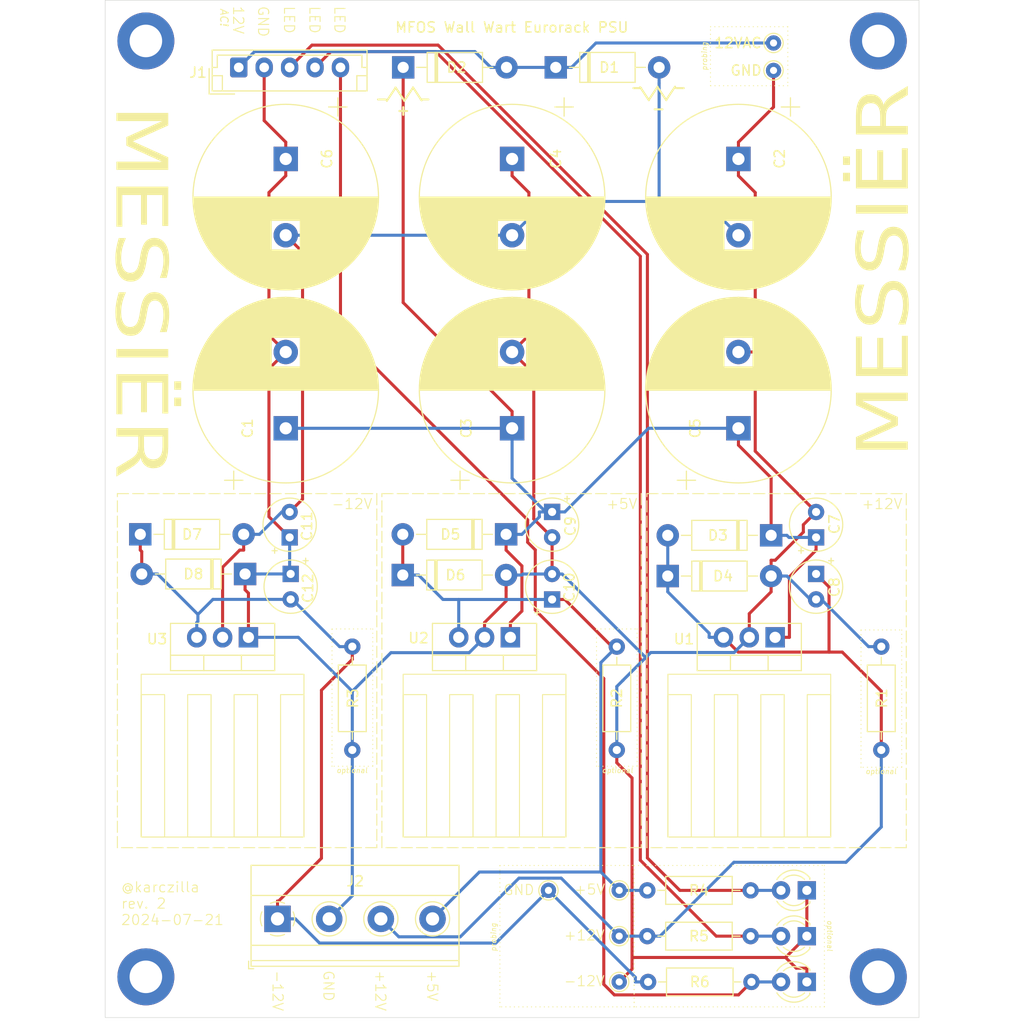
<source format=kicad_pcb>
(kicad_pcb (version 20240108) (generator "pcbnew") (generator_version "8.0")
  (title_block (title "MFOS Wall-Wart PSU (Eurorack)") (date "2024-07-06") (rev "1.0.0") (company "MESSIËR") (comment 4 "Author: Chris Karcz"))
  (layers (0 "F.Cu" signal) (31 "B.Cu" signal) (34 "B.Paste" user) (35 "F.Paste" user) (36 "B.SilkS" user "B.Silkscreen") (37 "F.SilkS" user "F.Silkscreen") (38 "B.Mask" user) (39 "F.Mask" user) (44 "Edge.Cuts" user))
  (net 0 "")
  (net 1 "Net-(D2-K)")
  (net 2 "GND")
  (net 3 "Net-(D1-A)")
  (net 4 "+12V")
  (net 5 "+5V")
  (net 6 "-12V")
  (net 7 "Net-(D1-K)")
  (net 8 "Net-(D9-A)")
  (net 9 "Net-(D10-A)")
  (net 10 "Net-(D11-A)")
  (footprint "Capacitor_THT:CP_Radial_D18.0mm_P7.50mm" (layer "F.Cu") (at 143.9576 64.152 -90)
    (property "Reference" "C4" (at -0.02222 -4.301625 90) (layer "F.SilkS"))
    (property "Value" "3300uF")
    (pad "1" thru_hole rect (at 0 0 270) (size 2.4 2.4) (drill 1.2) (layers "*.Cu" "*.Mask") (net 2 "GND"))
    (pad "2" thru_hole circle (at 7.5 0 270) (size 2.4 2.4) (drill 1.2) (layers "*.Cu" "*.Mask") (net 3 "Net-(D1-A)"))
  )
  (footprint "Resistor_THT:R_Axial_DIN0207_L6.3mm_D2.5mm_P10.16mm_Horizontal" (layer "F.Cu") (at 180.25 122.252 90)
    (property "Reference" "R1" (at 5.08 0.06 90) (layer "F.SilkS"))
    (property "Value" "2K")
    (pad "1" thru_hole circle (at 0 0 90) (size 1.6 1.6) (drill 0.8) (layers "*.Cu" "*.Mask") (net 4 "+12V"))
    (pad "2" thru_hole oval (at 10.16 0 90) (size 1.6 1.6) (drill 0.8) (layers "*.Cu" "*.Mask") (net 2 "GND"))
  )
  (footprint "Diode_THT:D_DO-41_SOD81_P10.16mm_Horizontal" (layer "F.Cu") (at 117.71 104.952 180)
    (property "Reference" "D8" (at 5.08 -0.005875 0) (layer "F.SilkS"))
    (property "Value" "1N4004")
    (pad "1" thru_hole rect (at 0 0 180) (size 2.2 2.2) (drill 1.1) (layers "*.Cu" "*.Mask") (net 2 "GND"))
    (pad "2" thru_hole oval (at 10.16 0 180) (size 2.2 2.2) (drill 1.1) (layers "*.Cu" "*.Mask") (net 6 "-12V"))
  )
  (footprint "Capacitor_THT:CP_Radial_Tantal_D5.0mm_P2.50mm" (layer "F.Cu") (at 147.89 98.8494 -90)
    (property "Reference" "C9" (at 1.405112 -1.8 90) (layer "F.SilkS"))
    (property "Value" "1uF")
    (pad "1" thru_hole rect (at 0 0 270) (size 1.6 1.6) (drill 0.8) (layers "*.Cu" "*.Mask") (net 1 "Net-(D2-K)"))
    (pad "2" thru_hole circle (at 2.5 0 270) (size 1.6 1.6) (drill 0.8) (layers "*.Cu" "*.Mask") (net 2 "GND"))
  )
  (footprint "Diode_THT:D_DO-41_SOD81_P10.16mm_Horizontal" (layer "F.Cu") (at 143.37 101.0545 180)
    (property "Reference" "D5" (at 5.479525 -0.005875 0) (layer "F.SilkS"))
    (property "Value" "1N4004")
    (pad "1" thru_hole rect (at 0 0 180) (size 2.2 2.2) (drill 1.1) (layers "*.Cu" "*.Mask") (net 1 "Net-(D2-K)"))
    (pad "2" thru_hole oval (at 10.16 0 180) (size 2.2 2.2) (drill 1.1) (layers "*.Cu" "*.Mask") (net 5 "+5V"))
  )
  (footprint "LED_THT:LED_D3.0mm" (layer "F.Cu") (at 172.9327 145.052 180)
    (property "Reference" "D9" (hide yes))
    (property "Value" "LED")
    (pad "1" thru_hole rect (at 0 0 180) (size 1.8 1.8) (drill 0.9) (layers "*.Cu" "*.Mask") (net 2 "GND"))
    (pad "2" thru_hole circle (at 2.54 0 180) (size 1.8 1.8) (drill 0.9) (layers "*.Cu" "*.Mask") (net 8 "Net-(D9-A)"))
  )
  (footprint "Capacitor_THT:CP_Radial_D18.0mm_P7.50mm" (layer "F.Cu") (at 143.9576 90.6298 90)
    (property "Reference" "C3" (at 0 -4.5 90) (layer "F.SilkS"))
    (property "Value" "3300uF")
    (pad "1" thru_hole rect (at 0 0 90) (size 2.4 2.4) (drill 1.2) (layers "*.Cu" "*.Mask") (net 1 "Net-(D2-K)"))
    (pad "2" thru_hole circle (at 7.5 0 90) (size 2.4 2.4) (drill 1.2) (layers "*.Cu" "*.Mask") (net 2 "GND"))
  )
  (footprint "Resistor_THT:R_Axial_DIN0207_L6.3mm_D2.5mm_P10.16mm_Horizontal" (layer "F.Cu") (at 167.4877 145.052 180)
    (property "Reference" "R6" (at 5.08 0 0) (layer "F.SilkS"))
    (property "Value" "500")
    (pad "1" thru_hole circle (at 0 0 180) (size 1.6 1.6) (drill 0.8) (layers "*.Cu" "*.Mask") (net 8 "Net-(D9-A)"))
    (pad "2" thru_hole oval (at 10.16 0 180) (size 1.6 1.6) (drill 0.8) (layers "*.Cu" "*.Mask") (net 6 "-12V"))
  )
  (footprint "Package_TO_SOT_THT:TO-220-3_Vertical" (layer "F.Cu") (at 169.8143 111.1778 180)
    (property "Reference" "U1" (at 8.9567 -0.174175 0) (layer "F.SilkS"))
    (property "Value" "L7812CV")
    (pad "1" thru_hole rect (at 0 0 180) (size 1.905 2) (drill 1.1) (layers "*.Cu" "*.Mask") (net 1 "Net-(D2-K)"))
    (pad "2" thru_hole oval (at 2.54 0 180) (size 1.905 2) (drill 1.1) (layers "*.Cu" "*.Mask") (net 2 "GND"))
    (pad "3" thru_hole oval (at 5.08 0 180) (size 1.905 2) (drill 1.1) (layers "*.Cu" "*.Mask") (net 4 "+12V"))
  )
  (footprint "TerminalBlock_Phoenix:TerminalBlock_Phoenix_MKDS-1,5-4-5.08_1x04_P5.08mm_Horizontal" (layer "F.Cu") (at 120.8976 138.852)
    (property "Reference" "J2" (at 7.64 -3.7 0) (layer "F.SilkS"))
    (property "Value" "TERMINAL-4")
    (pad "1" thru_hole rect (at 0 0) (size 2.6 2.6) (drill 1.3) (layers "*.Cu" "*.Mask") (net 6 "-12V"))
    (pad "2" thru_hole circle (at 5.08 0) (size 2.6 2.6) (drill 1.3) (layers "*.Cu" "*.Mask") (net 2 "GND"))
    (pad "3" thru_hole circle (at 10.16 0) (size 2.6 2.6) (drill 1.3) (layers "*.Cu" "*.Mask") (net 4 "+12V"))
    (pad "4" thru_hole circle (at 15.24 0) (size 2.6 2.6) (drill 1.3) (layers "*.Cu" "*.Mask") (net 5 "+5V"))
  )
  (footprint "Capacitor_THT:CP_Radial_D18.0mm_P7.50mm" (layer "F.Cu") (at 166.2076 64.152 -90)
    (property "Reference" "C2" (at -0.02222 -4.051625 90) (layer "F.SilkS"))
    (property "Value" "3300uF")
    (pad "1" thru_hole rect (at 0 0 270) (size 2.4 2.4) (drill 1.2) (layers "*.Cu" "*.Mask") (net 2 "GND"))
    (pad "2" thru_hole circle (at 7.5 0 270) (size 2.4 2.4) (drill 1.2) (layers "*.Cu" "*.Mask") (net 3 "Net-(D1-A)"))
  )
  (footprint "Capacitor_THT:CP_Radial_D18.0mm_P7.50mm" (layer "F.Cu") (at 166.2076 90.6298 90)
    (property "Reference" "C5" (at 0 -4.25 90) (layer "F.SilkS"))
    (property "Value" "3300uF")
    (pad "1" thru_hole rect (at 0 0 90) (size 2.4 2.4) (drill 1.2) (layers "*.Cu" "*.Mask") (net 1 "Net-(D2-K)"))
    (pad "2" thru_hole circle (at 7.5 0 90) (size 2.4 2.4) (drill 1.2) (layers "*.Cu" "*.Mask") (net 2 "GND"))
  )
  (footprint "Diode_THT:D_DO-41_SOD81_P10.16mm_Horizontal" (layer "F.Cu") (at 159.26 105.152)
    (property "Reference" "D4" (at 5.430475 0.005875 0) (layer "F.SilkS"))
    (property "Value" "1N4004")
    (pad "1" thru_hole rect (at 0 0) (size 2.2 2.2) (drill 1.1) (layers "*.Cu" "*.Mask") (net 4 "+12V"))
    (pad "2" thru_hole oval (at 10.16 0) (size 2.2 2.2) (drill 1.1) (layers "*.Cu" "*.Mask") (net 2 "GND"))
  )
  (footprint "LED_THT:LED_D3.0mm" (layer "F.Cu") (at 172.9327 140.552 180)
    (property "Reference" "D10" (hide yes))
    (property "Value" "LED")
    (pad "1" thru_hole rect (at 0 0 180) (size 1.8 1.8) (drill 0.9) (layers "*.Cu" "*.Mask") (net 2 "GND"))
    (pad "2" thru_hole circle (at 2.54 0 180) (size 1.8 1.8) (drill 0.9) (layers "*.Cu" "*.Mask") (net 9 "Net-(D10-A)"))
  )
  (footprint "Capacitor_THT:CP_Radial_Tantal_D5.0mm_P2.50mm" (layer "F.Cu") (at 173.84 101.3571 90)
    (property "Reference" "C7" (at 1.305113 1.8 90) (layer "F.SilkS"))
    (property "Value" "1uF")
    (pad "1" thru_hole rect (at 0 0 90) (size 1.6 1.6) (drill 0.8) (layers "*.Cu" "*.Mask") (net 1 "Net-(D2-K)"))
    (pad "2" thru_hole circle (at 2.5 0 90) (size 1.6 1.6) (drill 0.8) (layers "*.Cu" "*.Mask") (net 2 "GND"))
  )
  (footprint "Heatsink:Heatsink_Tayda_16.50x16.50" (layer "F.Cu") (at 167.2076 122.6078)
    (property "Reference" "HS1" (hide yes))
    (property "Value" "Heatsink" (hide yes))
  )
  (footprint "Resistor_THT:R_Axial_DIN0207_L6.3mm_D2.5mm_P10.16mm_Horizontal" (layer "F.Cu") (at 154.25 112.092 -90)
    (property "Reference" "R2" (at 5.074125 0 90) (layer "F.SilkS"))
    (property "Value" "2K")
    (pad "1" thru_hole circle (at 0 0 270) (size 1.6 1.6) (drill 0.8) (layers "*.Cu" "*.Mask") (net 5 "+5V"))
    (pad "2" thru_hole oval (at 10.16 0 270) (size 1.6 1.6) (drill 0.8) (layers "*.Cu" "*.Mask") (net 2 "GND"))
  )
  (footprint "MountingHole:MountingHole_3.2mm_M3_DIN965_Pad" (layer "F.Cu") (at 179.9576 52.552)
    (property "Reference" "M2" (hide yes))
    (property "Value" "MountingHole_3.2mm_M3_DIN965_Pad")
    (pad "1" thru_hole circle (at 0 0) (size 5.6 5.6) (drill 3.2) (layers "*.Cu" "*.Mask"))
  )
  (footprint "Resistor_THT:R_Axial_DIN0207_L6.3mm_D2.5mm_P10.16mm_Horizontal" (layer "F.Cu") (at 167.4077 136.052 180)
    (property "Reference" "R4" (at 5.08 0 0) (layer "F.SilkS"))
    (property "Value" "150")
    (pad "1" thru_hole circle (at 0 0 180) (size 1.6 1.6) (drill 0.8) (layers "*.Cu" "*.Mask") (net 10 "Net-(D11-A)"))
    (pad "2" thru_hole oval (at 10.16 0 180) (size 1.6 1.6) (drill 0.8) (layers "*.Cu" "*.Mask") (net 5 "+5V"))
  )
  (footprint "Capacitor_THT:CP_Radial_Tantal_D5.0mm_P2.50mm" (layer "F.Cu") (at 122.19 104.9469 -90)
    (property "Reference" "C12" (at 1.4 -1.7 90) (layer "F.SilkS"))
    (property "Value" "1uF")
    (pad "1" thru_hole rect (at 0 0 270) (size 1.6 1.6) (drill 0.8) (layers "*.Cu" "*.Mask") (net 2 "GND"))
    (pad "2" thru_hole circle (at 2.5 0 270) (size 1.6 1.6) (drill 0.8) (layers "*.Cu" "*.Mask") (net 6 "-12V"))
  )
  (footprint "Capacitor_THT:CP_Radial_Tantal_D5.0mm_P2.50mm" (layer "F.Cu") (at 122.09 101.3571 90)
    (property "Reference" "C11" (at 1.1 1.7 90) (layer "F.SilkS"))
    (property "Value" "1uF")
    (pad "1" thru_hole rect (at 0 0 90) (size 1.6 1.6) (drill 0.8) (layers "*.Cu" "*.Mask") (net 2 "GND"))
    (pad "2" thru_hole circle (at 2.5 0 90) (size 1.6 1.6) (drill 0.8) (layers "*.Cu" "*.Mask") (net 3 "Net-(D1-A)"))
  )
  (footprint "Capacitor_THT:CP_Radial_Tantal_D5.0mm_P2.50mm" (layer "F.Cu") (at 173.84 104.9469 -90)
    (property "Reference" "C8" (at 1.305112 -1.8 90) (layer "F.SilkS"))
    (property "Value" "1uF")
    (pad "1" thru_hole rect (at 0 0 270) (size 1.6 1.6) (drill 0.8) (layers "*.Cu" "*.Mask") (net 4 "+12V"))
    (pad "2" thru_hole circle (at 2.5 0 270) (size 1.6 1.6) (drill 0.8) (layers "*.Cu" "*.Mask") (net 2 "GND"))
  )
  (footprint "Heatsink:Heatsink_Tayda_16.50x16.50" (layer "F.Cu") (at 141.1833 122.6078)
    (property "Reference" "HS2" (hide yes))
    (property "Value" "Heatsink" (hide yes))
  )
  (footprint "MountingHole:MountingHole_3.2mm_M3_DIN965_Pad" (layer "F.Cu") (at 107.9576 52.552)
    (property "Reference" "M1" (hide yes))
    (property "Value" "MountingHole_3.2mm_M3_DIN965_Pad")
    (pad "1" thru_hole circle (at 0 0) (size 5.6 5.6) (drill 3.2) (layers "*.Cu" "*.Mask"))
  )
  (footprint "Connector_JST:JST_EH_B5B-EH-A_1x05_P2.50mm_Vertical" (layer "F.Cu") (at 117.0876 55.1579)
    (property "Reference" "J1" (at -4 0.5 0) (layer "F.SilkS"))
    (property "Value" "JST-5")
    (pad "1" thru_hole roundrect (at 0 0) (size 1.7 1.95) (drill 0.95) (layers "*.Cu" "*.Mask") (roundrect_rratio 0.147059) (net 7 "Net-(D1-K)"))
    (pad "2" thru_hole oval (at 2.5 0) (size 1.7 1.95) (drill 0.95) (layers "*.Cu" "*.Mask") (net 2 "GND"))
    (pad "3" thru_hole oval (at 5 0) (size 1.7 1.95) (drill 0.95) (layers "*.Cu" "*.Mask") (net 10 "Net-(D11-A)"))
    (pad "4" thru_hole oval (at 7.5 0) (size 1.7 1.95) (drill 0.95) (layers "*.Cu" "*.Mask") (net 9 "Net-(D10-A)"))
    (pad "5" thru_hole oval (at 10 0) (size 1.7 1.95) (drill 0.95) (layers "*.Cu" "*.Mask") (net 8 "Net-(D9-A)"))
  )
  (footprint "TestPoint:TestPoint_THTPad_D1.5mm_Drill0.7mm" (layer "F.Cu") (at 147.5327 136.052)
    (property "Reference" "TP6" (hide yes))
    (property "Value" "-12V")
    (pad "1" thru_hole circle (at 0 0) (size 1.5 1.5) (drill 0.7) (layers "*.Cu" "*.Mask") (net 6 "-12V"))
  )
  (footprint "LED_THT:LED_D3.0mm" (layer "F.Cu") (at 172.9327 136.052 180)
    (property "Reference" "D11" (hide yes))
    (property "Value" "LED")
    (pad "1" thru_hole rect (at 0 0 180) (size 1.8 1.8) (drill 0.9) (layers "*.Cu" "*.Mask") (net 2 "GND"))
    (pad "2" thru_hole circle (at 2.54 0 180) (size 1.8 1.8) (drill 0.9) (layers "*.Cu" "*.Mask") (net 10 "Net-(D11-A)"))
  )
  (footprint "MountingHole:MountingHole_3.2mm_M3_DIN965_Pad" (layer "F.Cu") (at 107.9576 144.552)
    (property "Reference" "M4" (hide yes))
    (property "Value" "MountingHole_3.2mm_M3_DIN965_Pad")
    (pad "1" thru_hole circle (at 0 0) (size 5.6 5.6) (drill 3.2) (layers "*.Cu" "*.Mask"))
  )
  (footprint "Resistor_THT:R_Axial_DIN0207_L6.3mm_D2.5mm_P10.16mm_Horizontal" (layer "F.Cu") (at 167.4077 140.552 180)
    (property "Reference" "R5" (at 5.08 0 0) (layer "F.SilkS"))
    (property "Value" "500")
    (pad "1" thru_hole circle (at 0 0 180) (size 1.6 1.6) (drill 0.8) (layers "*.Cu" "*.Mask") (net 9 "Net-(D10-A)"))
    (pad "2" thru_hole oval (at 10.16 0 180) (size 1.6 1.6) (drill 0.8) (layers "*.Cu" "*.Mask") (net 4 "+12V"))
  )
  (footprint "TestPoint:TestPoint_THTPad_D1.5mm_Drill0.7mm" (layer "F.Cu") (at 169.6576 52.752)
    (property "Reference" "TP1" (hide yes))
    (property "Value" "12VAC" (at -3.5 -0.000025 0) (layer "F.SilkS"))
    (pad "1" thru_hole circle (at 0 0) (size 1.5 1.5) (drill 0.7) (layers "*.Cu" "*.Mask") (net 7 "Net-(D1-K)"))
  )
  (footprint "Diode_THT:D_DO-41_SOD81_P10.16mm_Horizontal" (layer "F.Cu") (at 107.41 101.052)
    (property "Reference" "D7" (at 5.08 0.005875 0) (layer "F.SilkS"))
    (property "Value" "1N4004")
    (pad "1" thru_hole rect (at 0 0) (size 2.2 2.2) (drill 1.1) (layers "*.Cu" "*.Mask") (net 6 "-12V"))
    (pad "2" thru_hole oval (at 10.16 0) (size 2.2 2.2) (drill 1.1) (layers "*.Cu" "*.Mask") (net 3 "Net-(D1-A)"))
  )
  (footprint "Diode_THT:D_DO-41_SOD81_P10.16mm_Horizontal" (layer "F.Cu") (at 148.25 55.152)
    (property "Reference" "D1" (at 5.25 0.005875 0) (layer "F.SilkS"))
    (property "Value" "1N4004")
    (pad "1" thru_hole rect (at 0 0) (size 2.2 2.2) (drill 1.1) (layers "*.Cu" "*.Mask") (net 7 "Net-(D1-K)"))
    (pad "2" thru_hole oval (at 10.16 0) (size 2.2 2.2) (drill 1.1) (layers "*.Cu" "*.Mask") (net 3 "Net-(D1-A)"))
  )
  (footprint "Capacitor_THT:CP_Radial_D18.0mm_P7.50mm" (layer "F.Cu") (at 121.7076 64.152 -90)
    (property "Reference" "C6" (at -0.02222 -4.051625 90) (layer "F.SilkS"))
    (property "Value" "3300uF")
    (pad "1" thru_hole rect (at 0 0 270) (size 2.4 2.4) (drill 1.2) (layers "*.Cu" "*.Mask") (net 2 "GND"))
    (pad "2" thru_hole circle (at 7.5 0 270) (size 2.4 2.4) (drill 1.2) (layers "*.Cu" "*.Mask") (net 3 "Net-(D1-A)"))
  )
  (footprint "Diode_THT:D_DO-41_SOD81_P10.16mm_Horizontal" (layer "F.Cu") (at 169.42 101.152 180)
    (property "Reference" "D3" (at 5.229525 -0.005875 0) (layer "F.SilkS"))
    (property "Value" "1N4004")
    (pad "1" thru_hole rect (at 0 0 180) (size 2.2 2.2) (drill 1.1) (layers "*.Cu" "*.Mask") (net 1 "Net-(D2-K)"))
    (pad "2" thru_hole oval (at 10.16 0 180) (size 2.2 2.2) (drill 1.1) (layers "*.Cu" "*.Mask") (net 4 "+12V"))
  )
  (footprint "Package_TO_SOT_THT:TO-220-3_Vertical" (layer "F.Cu") (at 118.04 111.1778 180)
    (property "Reference" "U3" (at 8.9824 -0.174175 180) (layer "F.SilkS"))
    (property "Value" "L7912CV")
    (pad "1" thru_hole rect (at 0 0 180) (size 1.905 2) (drill 1.1) (layers "*.Cu" "*.Mask") (net 2 "GND"))
    (pad "2" thru_hole oval (at 2.54 0 180) (size 1.905 2) (drill 1.1) (layers "*.Cu" "*.Mask") (net 3 "Net-(D1-A)"))
    (pad "3" thru_hole oval (at 5.08 0 180) (size 1.905 2) (drill 1.1) (layers "*.Cu" "*.Mask") (net 6 "-12V"))
  )
  (footprint "Diode_THT:D_DO-41_SOD81_P10.16mm_Horizontal" (layer "F.Cu") (at 133.21 105.0545)
    (property "Reference" "D6" (at 5.180475 0.005875 0) (layer "F.SilkS"))
    (property "Value" "1N4004")
    (pad "1" thru_hole rect (at 0 0) (size 2.2 2.2) (drill 1.1) (layers "*.Cu" "*.Mask") (net 5 "+5V"))
    (pad "2" thru_hole oval (at 10.16 0) (size 2.2 2.2) (drill 1.1) (layers "*.Cu" "*.Mask") (net 2 "GND"))
  )
  (footprint "Diode_THT:D_DO-41_SOD81_P10.16mm_Horizontal" (layer "F.Cu") (at 133.25 55.152)
    (property "Reference" "D2" (at 5.25 0.005875 0) (layer "F.SilkS"))
    (property "Value" "1N4004")
    (pad "1" thru_hole rect (at 0 0) (size 2.2 2.2) (drill 1.1) (layers "*.Cu" "*.Mask") (net 1 "Net-(D2-K)"))
    (pad "2" thru_hole oval (at 10.16 0) (size 2.2 2.2) (drill 1.1) (layers "*.Cu" "*.Mask") (net 7 "Net-(D1-K)"))
  )
  (footprint "MountingHole:MountingHole_3.2mm_M3_DIN965_Pad" (layer "F.Cu") (at 179.9576 144.552)
    (property "Reference" "M3" (hide yes))
    (property "Value" "MountingHole_3.2mm_M3_DIN965_Pad")
    (pad "1" thru_hole circle (at 0 0) (size 5.6 5.6) (drill 3.2) (layers "*.Cu" "*.Mask"))
  )
  (footprint "TestPoint:TestPoint_THTPad_D1.5mm_Drill0.7mm" (layer "F.Cu") (at 154.4877 145.052)
    (property "Reference" "TP5" (hide yes))
    (property "Value" "GND")
    (pad "1" thru_hole circle (at 0 0) (size 1.5 1.5) (drill 0.7) (layers "*.Cu" "*.Mask") (net 2 "GND"))
  )
  (footprint "Capacitor_THT:CP_Radial_D18.0mm_P7.50mm" (layer "F.Cu") (at 121.7076 90.6298 90)
    (property "Reference" "C1" (at 0 -3.75 90) (layer "F.SilkS"))
    (property "Value" "3300uF")
    (pad "1" thru_hole rect (at 0 0 90) (size 2.4 2.4) (drill 1.2) (layers "*.Cu" "*.Mask") (net 1 "Net-(D2-K)"))
    (pad "2" thru_hole circle (at 7.5 0 90) (size 2.4 2.4) (drill 1.2) (layers "*.Cu" "*.Mask") (net 2 "GND"))
  )
  (footprint "Package_TO_SOT_THT:TO-220-3_Vertical" (layer "F.Cu") (at 143.79 111.1778 180)
    (property "Reference" "U2" (at 9.0324 -0.074175 0) (layer "F.SilkS"))
    (property "Value" "L7805CV")
    (pad "1" thru_hole rect (at 0 0 180) (size 1.905 2) (drill 1.1) (layers "*.Cu" "*.Mask") (net 1 "Net-(D2-K)"))
    (pad "2" thru_hole oval (at 2.54 0 180) (size 1.905 2) (drill 1.1) (layers "*.Cu" "*.Mask") (net 2 "GND"))
    (pad "3" thru_hole oval (at 5.08 0 180) (size 1.905 2) (drill 1.1) (layers "*.Cu" "*.Mask") (net 5 "+5V"))
  )
  (footprint "TestPoint:TestPoint_THTPad_D1.5mm_Drill0.7mm" (layer "F.Cu") (at 154.4877 136.052)
    (property "Reference" "TP3" (hide yes))
    (property "Value" "+5V")
    (pad "1" thru_hole circle (at 0 0) (size 1.5 1.5) (drill 0.7) (layers "*.Cu" "*.Mask") (net 5 "+5V"))
  )
  (footprint "Heatsink:Heatsink_Tayda_16.50x16.50" (layer "F.Cu") (at 115.4333 122.4078)
    (property "Reference" "HS3" (hide yes))
    (property "Value" "Heatsink" (hide yes))
  )
  (footprint "Capacitor_THT:CP_Radial_Tantal_D5.0mm_P2.50mm" (layer "F.Cu") (at 147.89 107.4545 90)
    (property "Reference" "C10" (at 1.2 1.7 90) (layer "F.SilkS"))
    (property "Value" "1uF")
    (pad "1" thru_hole rect (at 0 0 90) (size 1.6 1.6) (drill 0.8) (layers "*.Cu" "*.Mask") (net 5 "+5V"))
    (pad "2" thru_hole circle (at 2.5 0 90) (size 1.6 1.6) (drill 0.8) (layers "*.Cu" "*.Mask") (net 2 "GND"))
  )
  (footprint "Resistor_THT:R_Axial_DIN0207_L6.3mm_D2.5mm_P10.16mm_Horizontal" (layer "F.Cu") (at 128.25 122.252 90)
    (property "Reference" "R3" (at 5.08 0.06 90) (layer "F.SilkS"))
    (property "Value" "2K")
    (pad "1" thru_hole circle (at 0 0 90) (size 1.6 1.6) (drill 0.8) (layers "*.Cu" "*.Mask") (net 2 "GND"))
    (pad "2" thru_hole oval (at 10.16 0 90) (size 1.6 1.6) (drill 0.8) (layers "*.Cu" "*.Mask") (net 6 "-12V"))
  )
  (footprint "TestPoint:TestPoint_THTPad_D1.5mm_Drill0.7mm" (layer "F.Cu") (at 169.6576 55.452)
    (property "Reference" "TP2" (hide yes))
    (property "Value" "GND" (at -2.7 -0.000025 0) (layer "F.SilkS"))
    (pad "1" thru_hole circle (at 0 0) (size 1.5 1.5) (drill 0.7) (layers "*.Cu" "*.Mask") (net 2 "GND"))
  )
  (footprint "TestPoint:TestPoint_THTPad_D1.5mm_Drill0.7mm" (layer "F.Cu") (at 154.4877 140.552)
    (property "Reference" "TP4" (hide yes))
    (property "Value" "+12V")
    (pad "1" thru_hole circle (at 0 0) (size 1.5 1.5) (drill 0.7) (layers "*.Cu" "*.Mask") (net 4 "+12V"))
  )
  (gr_rect (start 163.4576 51.151975) (end 171.0576 56.951975) (stroke (width 0.1) (type dot)) (fill none) (layer "F.SilkS"))
  (gr_rect (start 142.7576 133.601975) (end 155.9576 147.501975) (stroke (width 0.1) (type dot)) (fill none) (layer "F.SilkS"))
  (gr_rect (start 178.2576 110.451975) (end 182.2576 123.951975) (stroke (width 0.1) (type dot)) (fill none) (layer "F.SilkS"))
  (gr_rect (start 152.2576 110.351975) (end 156.2576 123.851975) (stroke (width 0.1) (type dot)) (fill none) (layer "F.SilkS"))
  (gr_rect (start 105.1576 97.051975) (end 130.6576 131.851975) (stroke (width 0.1) (type dash)) (fill none) (layer "F.SilkS"))
  (gr_rect (start 131.1576 97.051975) (end 156.6576 131.851975) (stroke (width 0.1) (type dash)) (fill none) (layer "F.SilkS"))
  (gr_rect (start 157.2076 97.051975) (end 182.7076 131.851975) (stroke (width 0.1) (type dash)) (fill none) (layer "F.SilkS"))
  (gr_rect (start 155.9576 133.601975) (end 174.6576 147.501975) (stroke (width 0.1) (type dot)) (fill none) (layer "F.SilkS"))
  (gr_rect (start 126.2576 110.351975) (end 130.2576 123.851975) (stroke (width 0.1) (type dot)) (fill none) (layer "F.SilkS"))
  (gr_rect (start 103.9576 48.551975) (end 183.9576 148.551975) (stroke (width 0.05)) (fill none) (layer "Edge.Cuts"))
  (gr_text "12V" (at 116.4576 49.051975 270) (layer "F.SilkS") (effects (font (size 1 1) (thickness 0.1)) (justify left bottom)))
  (gr_text "MESSIËR" (at 183.7076 93.551975 90) (layer "F.SilkS") (effects (font (size 5 6)) (justify left bottom)))
  (gr_text "-12V" (at 148.9876 145.551975 0) (layer "F.SilkS") (effects (font (size 1 1) (thickness 0.1)) (justify left bottom)))
  (gr_text "probing" (at 163.1576 54.051975 90) (layer "F.SilkS") (effects (font (size 0.5 0.5) (thickness 0.08) (italic yes)) (justify bottom)))
  (gr_text "probing" (at 142.43265 140.651975 90) (layer "F.SilkS") (effects (font (size 0.5 0.5) (thickness 0.08) (italic yes)) (justify bottom)))
  (gr_text "+5V" (at 153.1576 98.651975 0) (layer "F.SilkS") (effects (font (size 1 1) (thickness 0.1)) (justify left bottom)))
  (gr_text "+12V" (at 131.0176 143.851975 270) (layer "F.SilkS") (effects (font (size 1 1) (thickness 0.1)) (justify left)))
  (gr_text "GND" (at 118.9076 49.051975 270) (layer "F.SilkS") (effects (font (size 1 1) (thickness 0.1)) (justify left bottom)))
  (gr_text "AC!" (at 115.2076 49.301975 270) (layer "F.SilkS") (effects (font (size 0.75 0.75) (thickness 0.1) (italic yes)) (justify left bottom)))
  (gr_text "_/\\/\\_\n+" (at 133.2576 59.951975 0) (layer "F.SilkS") (effects (font (size 1 1) (thickness 0.2) (bold yes)) (justify bottom)))
  (gr_text "MFOS Wall Wart Eurorack PSU" (at 132.380217 51.801975 0) (layer "F.SilkS") (effects (font (size 1 1)) (justify left bottom)))
  (gr_text "+12V" (at 178.2576 98.651975 0) (layer "F.SilkS") (effects (font (size 1 1) (thickness 0.1)) (justify left bottom)))
  (gr_text "-12V" (at 126.1576 98.651975 0) (layer "F.SilkS") (effects (font (size 1 1) (thickness 0.1)) (justify left bottom)))
  (gr_text "-\n_/\\/\\_" (at 158.3576 57.151975 180) (layer "F.SilkS") (effects (font (size 1 1) (thickness 0.2) (bold yes)) (justify bottom)))
  (gr_text "optional" (at 126.6576 124.551975 0) (layer "F.SilkS") (effects (font (size 0.5 0.5) (thickness 0.08) (italic yes)) (justify left bottom)))
  (gr_text "LED" (at 126.4076 49.051975 270) (layer "F.SilkS") (effects (font (size 1 1) (thickness 0.1)) (justify left bottom)))
  (gr_text "GND" (at 143.03265 136.59145 0) (layer "F.SilkS") (effects (font (size 1 1) (thickness 0.1)) (justify left bottom)))
  (gr_text "optional" (at 152.7576 124.551975 0) (layer "F.SilkS") (effects (font (size 0.5 0.5) (thickness 0.08) (italic yes)) (justify left bottom)))
  (gr_text "-12V" (at 120.9176 143.851975 270) (layer "F.SilkS") (effects (font (size 1 1) (thickness 0.1)) (justify left)))
  (gr_text "GND" (at 125.9176 143.851975 270) (layer "F.SilkS") (effects (font (size 1 1) (thickness 0.1)) (justify left)))
  (gr_text "optional" (at 174.89885 138.951975 270) (layer "F.SilkS") (effects (font (size 0.5 0.5) (thickness 0.08) (italic yes)) (justify left bottom)))
  (gr_text "@karczilla\nrev. 2\n2024-07-21" (at 105.4576 135.151975 0) (layer "F.SilkS") (effects (font (size 1 1) (thickness 0.1)) (justify left top)))
  (gr_text "+12V" (at 148.9876 141.051975 0) (layer "F.SilkS") (effects (font (size 1 1) (thickness 0.1)) (justify left bottom)))
  (gr_text "LED" (at 121.4576 49.051975 270) (layer "F.SilkS") (effects (font (size 1 1) (thickness 0.1)) (justify left bottom)))
  (gr_text "+5V" (at 136.1176 143.851975 270) (layer "F.SilkS") (effects (font (size 1 1) (thickness 0.1)) (justify left)))
  (gr_text "LED" (at 123.9576 49.051975 270) (layer "F.SilkS") (effects (font (size 1 1) (thickness 0.1)) (justify left bottom)))
  (gr_text "+5V" (at 149.9876 136.551975 0) (layer "F.SilkS") (effects (font (size 1 1) (thickness 0.1)) (justify left bottom)))
  (gr_text "optional" (at 178.6576 124.651975 0) (layer "F.SilkS") (effects (font (size 0.5 0.5) (thickness 0.08) (italic yes)) (justify left bottom)))
  (gr_text "MESSIËR" (at 104.2076 58.801975 -90) (layer "F.SilkS") (effects (font (size 5 6)) (justify left bottom)))
  (segment (start 133.25 78.2705) (end 133.25 55.152) (width 0.3) (layer "F.Cu") (net 1))
  (segment (start 166.2076 92.2815) (end 169.42 95.4939) (width 0.3) (layer "F.Cu") (net 1))
  (segment (start 144.9217 108.5944) (end 143.79 109.7261) (width 0.3) (layer "F.Cu") (net 1))
  (segment (start 143.79 111.1778) (end 143.79 109.7261) (width 0.3) (layer "F.Cu") (net 1))
  (segment (start 171.2185 105.2303) (end 173.84 102.6088) (width 0.3) (layer "F.Cu") (net 1))
  (segment (start 143.37 102.6062) (end 144.9217 104.1579) (width 0.3) (layer "F.Cu") (net 1))
  (segment (start 143.37 101.0545) (end 143.37 102.6062) (width 0.3) (layer "F.Cu") (net 1))
  (segment (start 169.42 95.4939) (end 169.42 101.152) (width 0.3) (layer "F.Cu") (net 1))
  (segment (start 144.9217 104.1579) (end 144.9217 108.5944) (width 0.3) (layer "F.Cu") (net 1))
  (segment (start 169.8143 111.1778) (end 171.2185 111.1778) (width 0.3) (layer "F.Cu") (net 1))
  (segment (start 171.2185 111.1778) (end 171.2185 105.2303) (width 0.3) (layer "F.Cu") (net 1))
  (segment (start 173.84 101.3571) (end 173.84 102.6088) (width 0.3) (layer "F.Cu") (net 1))
  (segment (start 166.2076 90.6298) (end 166.2076 92.2815) (width 0.3) (layer "F.Cu") (net 1))
  (segment (start 143.9576 90.6298) (end 143.9576 88.9781) (width 0.3) (layer "F.Cu") (net 1))
  (segment (start 143.9576 88.9781) (end 133.25 78.2705) (width 0.3) (layer "F.Cu") (net 1))
  (segment (start 147.89 98.8494) (end 149.1417 98.8494) (width 0.3) (layer "B.Cu") (net 1))
  (segment (start 143.9576 90.6298) (end 123.3593 90.6298) (width 0.3) (layer "B.Cu") (net 1))
  (segment (start 169.42 101.152) (end 170.9717 101.152) (width 0.3) (layer "B.Cu") (net 1))
  (segment (start 147.2642 98.8494) (end 143.9576 95.5428) (width 0.3) (layer "B.Cu") (net 1))
  (segment (start 143.9576 95.5428) (end 143.9576 90.6298) (width 0.3) (layer "B.Cu") (net 1))
  (segment (start 146.6383 99.3379) (end 144.9217 101.0545) (width 0.3) (layer "B.Cu") (net 1))
  (segment (start 143.37 101.0545) (end 144.9217 101.0545) (width 0.3) (layer "B.Cu") (net 1))
  (segment (start 147.2642 98.8494) (end 146.6383 98.8494) (width 0.3) (layer "B.Cu") (net 1))
  (segment (start 171.1768 101.3571) (end 170.9717 101.152) (width 0.3) (layer "B.Cu") (net 1))
  (segment (start 147.89 98.8494) (end 147.2642 98.8494) (width 0.3) (layer "B.Cu") (net 1))
  (segment (start 157.3613 90.6298) (end 149.1417 98.8494) (width 0.3) (layer "B.Cu") (net 1))
  (segment (start 146.6383 98.8494) (end 146.6383 99.3379) (width 0.3) (layer "B.Cu") (net 1))
  (segment (start 166.2076 90.6298) (end 157.3613 90.6298) (width 0.3) (layer "B.Cu") (net 1))
  (segment (start 121.7076 90.6298) (end 123.3593 90.6298) (width 0.3) (layer "B.Cu") (net 1))
  (segment (start 173.84 101.3571) (end 171.1768 101.3571) (width 0.3) (layer "B.Cu") (net 1))
  (segment (start 119.5876 55.1579) (end 119.5876 60.3803) (width 0.3) (layer "F.Cu") (net 2))
  (segment (start 120.0559 84.7815) (end 121.7076 83.1298) (width 0.3) (layer "F.Cu") (net 2))
  (segment (start 169.42 105.152) (end 169.42 103.6003) (width 0.3) (layer "F.Cu") (net 2))
  (segment (start 146.089 99.5484) (end 146.089 85.2612) (width 0.3) (layer "F.Cu") (net 2))
  (segment (start 155.7484 142.6466) (end 155.7484 143.7913) (width 0.3) (layer "F.Cu") (net 2))
  (segment (start 118.04 106.8337) (end 117.71 106.5037) (width 0.3) (layer "F.Cu") (net 2))
  (segment (start 120.0559 81.4781) (end 120.0559 67.4554) (width 0.3) (layer "F.Cu") (net 2))
  (segment (start 143.37 107.6061) (end 143.37 106.6062) (width 0.3) (layer "F.Cu") (net 2))
  (segment (start 172.5883 100.8338) (end 169.8218 103.6003) (width 0.3) (layer "F.Cu") (net 2))
  (segment (start 147.89 101.3494) (end 146.089 99.5484) (width 0.3) (layer "F.Cu") (net 2))
  (segment (start 141.25 111.1778) (end 141.25 109.7261) (width 0.3) (layer "F.Cu") (net 2))
  (segment (start 170.8381 142.6466) (end 172.9327 140.552) (width 0.3) (layer "F.Cu") (net 2))
  (segment (start 169.6576 55.452) (end 169.6576 59.0503) (width 0.3) (layer "F.Cu") (net 2))
  (segment (start 145.6093 67.4554) (end 143.9576 65.8037) (width 0.3) (layer "F.Cu") (net 2))
  (segment (start 154.25 123.5037) (end 155.7484 125.0021) (width 0.3) (layer "F.Cu") (net 2))
  (segment (start 166.2076 65.8037) (end 167.8593 67.4554) (width 0.3) (layer "F.Cu") (net 2))
  (segment (start 121.7076 64.152) (end 121.7076 65.8037) (width 0.3) (layer "F.Cu") (net 2))
  (segment (start 166.2076 64.152) (end 166.2076 65.8037) (width 0.3) (layer "F.Cu") (net 2))
  (segment (start 167.8593 83.1298) (end 167.8593 92.8764) (width 0.3) (layer "F.Cu") (net 2))
  (segment (start 121.7076 64.152) (end 121.7076 62.5003) (width 0.3) (layer "F.Cu") (net 2))
  (segment (start 169.8218 103.6003) (end 169.42 103.6003) (width 0.3) (layer "F.Cu") (net 2))
  (segment (start 167.2743 111.1778) (end 167.2743 108.8494) (width 0.3) (layer "F.Cu") (net 2))
  (segment (start 167.8593 92.8764) (end 173.84 98.8571) (width 0.3) (layer "F.Cu") (net 2))
  (segment (start 155.7484 125.0021) (end 155.7484 142.6466) (width 0.3) (layer "F.Cu") (net 2))
  (segment (start 143.9576 64.152) (end 143.9576 65.8037) (width 0.3) (layer "F.Cu") (net 2))
  (segment (start 167.2743 108.8494) (end 169.42 106.7037) (width 0.3) (layer "F.Cu") (net 2))
  (segment (start 117.71 104.952) (end 117.71 106.5037) (width 0.3) (layer "F.Cu") (net 2))
  (segment (start 155.7484 143.7913) (end 154.4877 145.052) (width 0.3) (layer "F.Cu") (net 2))
  (segment (start 120.0559 99.323) (end 120.0559 84.7815) (width 0.3) (layer "F.Cu") (net 2))
  (segment (start 122.09 101.3571) (end 120.0559 99.323) (width 0.3) (layer "F.Cu") (net 2))
  (segment (start 169.42 105.152) (end 169.42 106.7037) (width 0.3) (layer "F.Cu") (net 2))
  (segment (start 173.84 98.8571) (end 172.5883 100.1088) (width 0.3) (layer "F.Cu") (net 2))
  (segment (start 120.0559 67.4554) (end 121.7076 65.8037) (width 0.3) (layer "F.Cu") (net 2))
  (segment (start 167.8593 67.4554) (end 167.8593 83.1298) (width 0.3) (layer "F.Cu") (net 2))
  (segment (start 146.089 85.2612) (end 143.9576 83.1298) (width 0.3) (layer "F.Cu") (net 2))
  (segment (start 169.6576 59.0503) (end 166.2076 62.5003) (width 0.3) (layer "F.Cu") (net 2))
  (segment (start 155.7484 142.6466) (end 170.8381 142.6466) (width 0.3) (layer "F.Cu") (net 2))
  (segment (start 141.25 109.7261) (end 143.37 107.6061) (width 0.3) (layer "F.Cu") (net 2))
  (segment (start 172.9327 145.052) (end 172.9327 143.7003) (width 0.3) (layer "F.Cu") (net 2))
  (segment (start 166.2076 64.152) (end 166.2076 62.5003) (width 0.3) (layer "F.Cu") (net 2))
  (segment (start 172.9327 136.052) (end 172.9327 140.552) (width 0.3) (layer "F.Cu") (net 2))
  (segment (start 172.5883 100.1088) (end 172.5883 100.8338) (width 0.3) (layer "F.Cu") (net 2))
  (segment (start 118.04 111.1778) (end 118.04 106.8337) (width 0.3) (layer "F.Cu") (net 2))
  (segment (start 143.9576 83.1298) (end 145.6093 81.4781) (width 0.3) (layer "F.Cu") (net 2))
  (segment (start 170.8381 142.6466) (end 171.8918 143.7003) (width 0.3) (layer "F.Cu") (net 2))
  (segment (start 119.5876 60.3803) (end 121.7076 62.5003) (width 0.3) (layer "F.Cu") (net 2))
  (segment (start 121.7076 83.1298) (end 120.0559 81.4781) (width 0.3) (layer "F.Cu") (net 2))
  (segment (start 145.6093 81.4781) (end 145.6093 67.4554) (width 0.3) (layer "F.Cu") (net 2))
  (segment (start 171.8918 143.7003) (end 172.9327 143.7003) (width 0.3) (layer "F.Cu") (net 2))
  (segment (start 143.37 105.0545) (end 143.37 106.6062) (width 0.3) (layer "F.Cu") (net 2))
  (segment (start 166.2076 83.1298) (end 167.8593 83.1298) (width 0.3) (layer "F.Cu") (net 2))
  (segment (start 147.89 104.9545) (end 147.89 101.3494) (width 0.3) (layer "F.Cu") (net 2))
  (segment (start 154.25 122.252) (end 154.25 123.5037) (width 0.3) (layer "F.Cu") (net 2))
  (segment (start 117.71 104.952) (end 119.2617 104.952) (width 0.3) (layer "B.Cu") (net 2))
  (segment (start 122.09 104.9469) (end 122.09 102.6088) (width 0.3) (layer "B.Cu") (net 2))
  (segment (start 157.5908 112.6671) (end 165.785 112.6671) (width 0.3) (layer "B.Cu") (net 2))
  (segment (start 122.09 104.9469) (end 119.2668 104.9469) (width 0.3) (layer "B.Cu") (net 2))
  (segment (start 180.25 112.092) (end 178.9983 112.092) (width 0.3) (layer "B.Cu") (net 2))
  (segment (start 154.25 122.252) (end 154.25 116.01) (width 0.3) (layer "B.Cu") (net 2))
  (segment (start 174.3532 107.4469) (end 178.9983 112.092) (width 0.3) (layer "B.Cu") (net 2))
  (segment (start 173.2666 107.4469) (end 173.84 107.4469) (width 0.3) (layer "B.Cu") (net 2))
  (segment (start 157.0938 113.1641) (end 148.8841 104.9545) (width 0.3) (layer "B.Cu") (net 2))
  (segment (start 147.89 104.9545) (end 145.0217 104.9545) (width 0.3) (layer "B.Cu") (net 2))
  (segment (start 173.84 107.4469) (end 174.3532 107.4469) (width 0.3) (layer "B.Cu") (net 2))
  (segment (start 128.25 136.5796) (end 125.9776 138.852) (width 0.3) (layer "B.Cu") (net 2))
  (segment (start 145.0217 104.9545) (end 144.9217 105.0545) (width 0.3) (layer "B.Cu") (net 2))
  (segment (start 143.37 105.0545) (end 144.9217 105.0545) (width 0.3) (layer "B.Cu") (net 2))
  (segment (start 154.8517 115.4062) (end 157.0938 113.1641) (width 0.3) (layer "B.Cu") (net 2))
  (segment (start 122.9448 111.1778) (end 128.25 116.483) (width 0.3) (layer "B.Cu") (net 2))
  (segment (start 128.25 122.252) (end 128.25 136.5796) (width 0.3) (layer "B.Cu") (net 2))
  (segment (start 169.42 105.152) (end 170.9717 105.152) (width 0.3) (layer "B.Cu") (net 2))
  (segment (start 154.25 116.01) (end 154.8517 115.4083) (width 0.3) (layer "B.Cu") (net 2))
  (segment (start 148.8841 104.9545) (end 147.89 104.9545) (width 0.3) (layer "B.Cu") (net 2))
  (segment (start 139.7425 112.6853) (end 132.0477 112.6853) (width 0.3) (layer "B.Cu") (net 2))
  (segment (start 165.785 112.6671) (end 167.2743 111.1778) (width 0.3) (layer "B.Cu") (net 2))
  (segment (start 122.09 101.3571) (end 122.09 102.6088) (width 0.3) (layer "B.Cu") (net 2))
  (segment (start 170.9717 105.152) (end 173.2666 107.4469) (width 0.3) (layer "B.Cu") (net 2))
  (segment (start 122.19 104.9469) (end 122.09 104.9469) (width 0.3) (layer "B.Cu") (net 2))
  (segment (start 128.25 116.483) (end 128.25 122.252) (width 0.3) (layer "B.Cu") (net 2))
  (segment (start 119.2668 104.9469) (end 119.2617 104.952) (width 0.3) (layer "B.Cu") (net 2))
  (segment (start 157.0938 113.1641) (end 157.5908 112.6671) (width 0.3) (layer "B.Cu") (net 2))
  (segment (start 132.0477 112.6853) (end 128.25 116.483) (width 0.3) (layer "B.Cu") (net 2))
  (segment (start 141.25 111.1778) (end 139.7425 112.6853) (width 0.3) (layer "B.Cu") (net 2))
  (segment (start 154.8517 115.4083) (end 154.8517 115.4062) (width 0.3) (layer "B.Cu") (net 2))
  (segment (start 118.04 111.1778) (end 122.9448 111.1778) (width 0.3) (layer "B.Cu") (net 2))
  (segment (start 123.3599 97.5872) (end 122.09 98.8571) (width 0.3) (layer "F.Cu") (net 3))
  (segment (start 121.7076 71.652) (end 123.3599 73.3043) (width 0.3) (layer "F.Cu") (net 3))
  (segment (start 117.57 102.6037) (end 117.1821 102.6037) (width 0.3) (layer "F.Cu") (net 3))
  (segment (start 115.5 104.2858) (end 115.5 111.1778) (width 0.3) (layer "F.Cu") (net 3))
  (segment (start 123.3599 73.3043) (end 123.3599 97.5872) (width 0.3) (layer "F.Cu") (net 3))
  (segment (start 117.1821 102.6037) (end 115.5 104.2858) (width 0.3) (layer "F.Cu") (net 3))
  (segment (start 117.57 101.052) (end 117.57 102.6037) (width 0.3) (layer "F.Cu") (net 3))
  (segment (start 117.57 101.052) (end 119.1217 101.052) (width 0.3) (layer "B.Cu") (net 3))
  (segment (start 121.3166 98.8571) (end 119.1217 101.052) (width 0.3) (layer "B.Cu") (net 3))
  (segment (start 143.9576 71.652) (end 147.2806 68.329) (width 0.3) (layer "B.Cu") (net 3))
  (segment (start 147.2806 68.329) (end 158.41 68.329) (width 0.3) (layer "B.Cu") (net 3))
  (segment (start 158.41 68.329) (end 162.8846 68.329) (width 0.3) (layer "B.Cu") (net 3))
  (segment (start 121.7076 71.652) (end 143.9576 71.652) (width 0.3) (layer "B.Cu") (net 3))
  (segment (start 158.41 55.152) (end 158.41 56.7037) (width 0.3) (layer "B.Cu") (net 3))
  (segment (start 158.41 68.329) (end 158.41 56.7037) (width 0.3) (layer "B.Cu") (net 3))
  (segment (start 122.09 98.8571) (end 121.3166 98.8571) (width 0.3) (layer "B.Cu") (net 3))
  (segment (start 162.8846 68.329) (end 166.2076 71.652) (width 0.3) (layer "B.Cu") (net 3))
  (segment (start 176.4155 112.6295) (end 180.25 116.464) (width 0.3) (layer "F.Cu") (net 4))
  (segment (start 175.1126 112.6295) (end 176.4155 112.6295) (width 0.3) (layer "F.Cu") (net 4))
  (segment (start 175.1126 106.2195) (end 173.84 104.9469) (width 0.3) (layer "F.Cu") (net 4))
  (segment (start 164.7343 111.1778) (end 166.186 112.6295) (width 0.3) (layer "F.Cu") (net 4))
  (segment (start 166.186 112.6295) (end 175.1126 112.6295) (width 0.3) (layer "F.Cu") (net 4))
  (segment (start 175.1126 112.6295) (end 175.1126 106.2195) (width 0.3) (layer "F.Cu") (net 4))
  (segment (start 180.25 116.464) (end 180.25 122.252) (width 0.3) (layer "F.Cu") (net 4))
  (segment (start 154.4877 140.552) (end 155.996 140.552) (width 0.3) (layer "B.Cu") (net 4))
  (segment (start 180.25 122.252) (end 180.25 129.8211) (width 0.3) (layer "B.Cu") (net 4))
  (segment (start 132.8218 140.6162) (end 131.0576 138.852) (width 0.3) (layer "B.Cu") (net 4))
  (segment (start 157.2477 140.552) (end 158.4994 140.552) (width 0.3) (layer "B.Cu") (net 4))
  (segment (start 148.786 134.8503) (end 144.6302 134.8503) (width 0.3) (layer "B.Cu") (net 4))
  (segment (start 165.7611 133.2903) (end 158.4994 140.552) (width 0.3) (layer "B.Cu") (net 4))
  (segment (start 159.26 105.152) (end 159.26 101.152) (width 0.3) (layer "B.Cu") (net 4))
  (segment (start 180.25 129.8211) (end 176.7808 133.2903) (width 0.3) (layer "B.Cu") (net 4))
  (segment (start 159.26 105.152) (end 159.26 106.7037) (width 0.3) (layer "B.Cu") (net 4))
  (segment (start 157.2477 140.552) (end 155.996 140.552) (width 0.3) (layer "B.Cu") (net 4))
  (segment (start 164.7343 111.1778) (end 163.3301 111.1778) (width 0.3) (layer "B.Cu") (net 4))
  (segment (start 154.4877 140.552) (end 148.786 134.8503) (width 0.3) (layer "B.Cu") (net 4))
  (segment (start 144.6302 134.8503) (end 138.8643 140.6162) (width 0.3) (layer "B.Cu") (net 4))
  (segment (start 138.8643 140.6162) (end 132.8218 140.6162) (width 0.3) (layer "B.Cu") (net 4))
  (segment (start 163.3301 111.1778) (end 163.3301 110.7738) (width 0.3) (layer "B.Cu") (net 4))
  (segment (start 176.7808 133.2903) (end 165.7611 133.2903) (width 0.3) (layer "B.Cu") (net 4))
  (segment (start 163.3301 110.7738) (end 159.26 106.7037) (width 0.3) (layer "B.Cu") (net 4))
  (segment (start 153.7792 112.092) (end 149.1417 107.4545) (width 0.3) (layer "F.Cu") (net 5))
  (segment (start 147.89 107.4545) (end 149.1417 107.4545) (width 0.3) (layer "F.Cu") (net 5))
  (segment (start 154.25 112.092) (end 153.7792 112.092) (width 0.3) (layer "F.Cu") (net 5))
  (segment (start 133.21 105.0545) (end 133.21 101.0545) (width 0.3) (layer "F.Cu") (net 5))
  (segment (start 152.6835 134.2478) (end 152.6835 113.6585) (width 0.3) (layer "B.Cu") (net 5))
  (segment (start 133.21 105.0545) (end 134.7617 105.0545) (width 0.3) (layer "B.Cu") (net 5))
  (segment (start 138.71 111.1778) (end 138.71 109.7261) (width 0.3) (layer "B.Cu") (net 5))
  (segment (start 138.71 107.4545) (end 146.6383 107.4545) (width 0.3) (layer "B.Cu") (net 5))
  (segment (start 138.71 107.4545) (end 138.71 109.7261) (width 0.3) (layer "B.Cu") (net 5))
  (segment (start 154.4877 136.052) (end 152.6835 134.2478) (width 0.3) (layer "B.Cu") (net 5))
  (segment (start 154.4877 136.052) (end 155.996 136.052) (width 0.3) (layer "B.Cu") (net 5))
  (segment (start 157.2477 136.052) (end 155.996 136.052) (width 0.3) (layer "B.Cu") (net 5))
  (segment (start 140.7418 134.2478) (end 136.1376 138.852) (width 0.3) (layer "B.Cu") (net 5))
  (segment (start 152.6835 113.6585) (end 154.25 112.092) (width 0.3) (layer "B.Cu") (net 5))
  (segment (start 152.6835 134.2478) (end 140.7418 134.2478) (width 0.3) (layer "B.Cu") (net 5))
  (segment (start 137.1617 107.4545) (end 138.71 107.4545) (width 0.3) (layer "B.Cu") (net 5))
  (segment (start 134.7617 105.0545) (end 137.1617 107.4545) (width 0.3) (layer "B.Cu") (net 5))
  (segment (start 147.89 107.4545) (end 146.6383 107.4545) (width 0.3) (layer "B.Cu") (net 5))
  (segment (start 120.8976 138.852) (end 120.8976 137.1003) (width 0.3) (layer "F.Cu") (net 6))
  (segment (start 128.25 112.092) (end 128.25 113.3437) (width 0.3) (layer "F.Cu") (net 6))
  (segment (start 107.41 102.6037) (end 107.55 102.7437) (width 0.3) (layer "F.Cu") (net 6))
  (segment (start 121.0071 137.1003) (end 125.2161 132.8913) (width 0.3) (layer "F.Cu") (net 6))
  (segment (start 125.2161 116.3776) (end 128.25 113.3437) (width 0.3) (layer "F.Cu") (net 6))
  (segment (start 107.55 102.7437) (end 107.55 104.952) (width 0.3) (layer "F.Cu") (net 6))
  (segment (start 120.8976 137.1003) (end 121.0071 137.1003) (width 0.3) (layer "F.Cu") (net 6))
  (segment (start 125.2161 132.8913) (end 125.2161 116.3776) (width 0.3) (layer "F.Cu") (net 6))
  (segment (start 107.41 101.052) (end 107.41 102.6037) (width 0.3) (layer "F.Cu") (net 6))
  (segment (start 125.0293 141.232) (end 142.3527 141.232) (width 0.3) (layer "B.Cu") (net 6))
  (segment (start 122.19 107.4469) (end 114.5484 107.4469) (width 0.3) (layer "B.Cu") (net 6))
  (segment (start 113.0725 108.9228) (end 113.0725 109.6136) (width 0.3) (layer "B.Cu") (net 6))
  (segment (start 128.25 112.092) (end 126.9983 112.092) (width 0.3) (layer "B.Cu") (net 6))
  (segment (start 126.9983 112.092) (end 122.3532 107.4469) (width 0.3) (layer "B.Cu") (net 6))
  (segment (start 112.96 111.1778) (end 112.96 109.7261) (width 0.3) (layer "B.Cu") (net 6))
  (segment (start 157.3277 145.052) (end 156.076 145.052) (width 0.3) (layer "B.Cu") (net 6))
  (segment (start 114.5484 107.4469) (end 113.0725 108.9228) (width 0.3) (layer "B.Cu") (net 6))
  (segment (start 122.3532 107.4469) (end 122.19 107.4469) (width 0.3) (layer "B.Cu") (net 6))
  (segment (start 147.5327 136.052) (end 156.076 144.5953) (width 0.3) (layer "B.Cu") (net 6))
  (segment (start 113.0725 109.6136) (end 112.96 109.7261) (width 0.3) (layer "B.Cu") (net 6))
  (segment (start 122.6493 138.852) (end 125.0293 141.232) (width 0.3) (layer "B.Cu") (net 6))
  (segment (start 113.0725 108.9228) (end 109.1017 104.952) (width 0.3) (layer "B.Cu") (net 6))
  (segment (start 156.076 144.5953) (end 156.076 145.052) (width 0.3) (layer "B.Cu") (net 6))
  (segment (start 107.55 104.952) (end 109.1017 104.952) (width 0.3) (layer "B.Cu") (net 6))
  (segment (start 120.8976 138.852) (end 122.6493 138.852) (width 0.3) (layer "B.Cu") (net 6))
  (segment (start 142.3527 141.232) (end 147.5327 136.052) (width 0.3) (layer "B.Cu") (net 6))
  (segment (start 169.6576 52.752) (end 152.2017 52.752) (width 0.3) (layer "B.Cu") (net 7))
  (segment (start 143.41 55.152) (end 141.8583 55.152) (width 0.3) (layer "B.Cu") (net 7))
  (segment (start 152.2017 52.752) (end 149.8017 55.152) (width 0.3) (layer "B.Cu") (net 7))
  (segment (start 118.6468 53.5987) (end 117.0876 55.1579) (width 0.3) (layer "B.Cu") (net 7))
  (segment (start 141.8583 55.152) (end 140.305 53.5987) (width 0.3) (layer "B.Cu") (net 7))
  (segment (start 148.25 55.152) (end 149.8017 55.152) (width 0.3) (layer "B.Cu") (net 7))
  (segment (start 148.25 55.152) (end 143.41 55.152) (width 0.3) (layer "B.Cu") (net 7))
  (segment (start 140.305 53.5987) (end 118.6468 53.5987) (width 0.3) (layer "B.Cu") (net 7))
  (segment (start 146.2358 108.4952) (end 146.2358 102.5834) (width 0.3) (layer "F.Cu") (net 8))
  (segment (start 146.2358 102.5834) (end 145.4873 101.8349) (width 0.3) (layer "F.Cu") (net 8))
  (segment (start 145.4873 99.6285) (end 127.0876 81.2288) (width 0.3) (layer "F.Cu") (net 8))
  (segment (start 127.0876 81.2288) (end 127.0876 55.1579) (width 0.3) (layer "F.Cu") (net 8))
  (segment (start 152.9707 115.2301) (end 146.2358 108.4952) (width 0.3) (layer "F.Cu") (net 8))
  (segment (start 154.0096 146.3252) (end 152.9707 145.2863) (width 0.3) (layer "F.Cu") (net 8))
  (segment (start 145.4873 101.8349) (end 145.4873 99.6285) (width 0.3) (layer "F.Cu") (net 8))
  (segment (start 167.4877 145.052) (end 166.2145 146.3252) (width 0.3) (layer "F.Cu") (net 8))
  (segment (start 166.2145 146.3252) (end 154.0096 146.3252) (width 0.3) (layer "F.Cu") (net 8))
  (segment (start 152.9707 145.2863) (end 152.9707 115.2301) (width 0.3) (layer "F.Cu") (net 8))
  (segment (start 170.3927 145.052) (end 167.4877 145.052) (width 0.3) (layer "B.Cu") (net 8))
  (segment (start 167.4077 140.552) (end 164.0257 140.552) (width 0.3) (layer "F.Cu") (net 9))
  (segment (start 126.1464 53.5991) (end 124.5876 55.1579) (width 0.3) (layer "F.Cu") (net 9))
  (segment (start 164.0257 140.552) (end 156.5629 133.0892) (width 0.3) (layer "F.Cu") (net 9))
  (segment (start 136.4435 53.5991) (end 126.1464 53.5991) (width 0.3) (layer "F.Cu") (net 9))
  (segment (start 156.5629 73.7185) (end 136.4435 53.5991) (width 0.3) (layer "F.Cu") (net 9))
  (segment (start 156.5629 133.0892) (end 156.5629 73.7185) (width 0.3) (layer "F.Cu") (net 9))
  (segment (start 170.3927 140.552) (end 167.4077 140.552) (width 0.3) (layer "B.Cu") (net 9))
  (segment (start 167.4077 136.052) (end 160.4471 136.052) (width 0.3) (layer "F.Cu") (net 10))
  (segment (start 160.4471 136.052) (end 157.258 132.8629) (width 0.3) (layer "F.Cu") (net 10))
  (segment (start 157.258 73.5363) (end 136.6851 52.9634) (width 0.3) (layer "F.Cu") (net 10))
  (segment (start 136.6851 52.9634) (end 124.2821 52.9634) (width 0.3) (layer "F.Cu") (net 10))
  (segment (start 124.2821 52.9634) (end 122.0876 55.1579) (width 0.3) (layer "F.Cu") (net 10))
  (segment (start 157.258 132.8629) (end 157.258 73.5363) (width 0.3) (layer "F.Cu") (net 10))
  (segment (start 170.3927 136.052) (end 167.4077 136.052) (width 0.3) (layer "B.Cu") (net 10))
)
</source>
